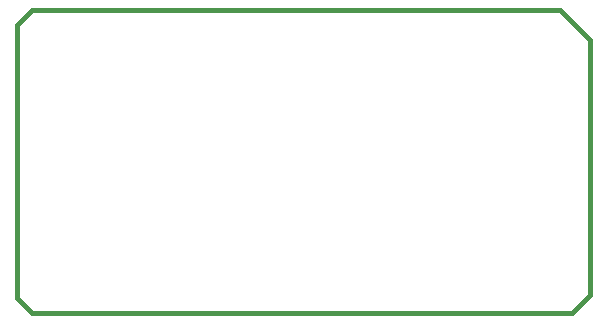
<source format=gbr>
G04 (created by PCBNEW-RS274X (2012-01-19 BZR 3256)-stable) date 10/2/2012 11:56:40 PM*
G01*
G70*
G90*
%MOIN*%
G04 Gerber Fmt 3.4, Leading zero omitted, Abs format*
%FSLAX34Y34*%
G04 APERTURE LIST*
%ADD10C,0.006000*%
%ADD11C,0.015000*%
G04 APERTURE END LIST*
G54D10*
G54D11*
X48000Y-40700D02*
X66000Y-40700D01*
X47500Y-40200D02*
X48000Y-40700D01*
X47500Y-33000D02*
X47500Y-40200D01*
X66600Y-40100D02*
X66000Y-40700D01*
X66600Y-31600D02*
X66600Y-40100D01*
X66500Y-31500D02*
X66600Y-31600D01*
X65600Y-30600D02*
X66500Y-31500D01*
X48000Y-30600D02*
X65600Y-30600D01*
X47900Y-30700D02*
X48000Y-30600D01*
X47500Y-31100D02*
X47900Y-30700D01*
X47500Y-33000D02*
X47500Y-31100D01*
M02*

</source>
